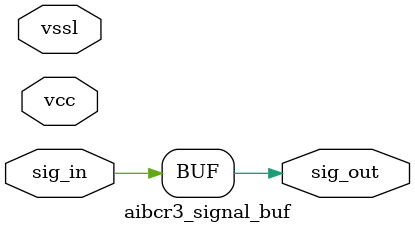
<source format=v>


module aibcr3_signal_buf ( sig_out, sig_in, vcc, vssl );

output  sig_out;

input  sig_in, vcc, vssl;

wire sig_out, sig_in;


// specify 
//     specparam CDS_LIBNAME  = "aibcr_lib";
//     specparam CDS_CELLNAME = "aibcr_signal_buf";
//     specparam CDS_VIEWNAME = "schematic";
// endspecify

assign sig_out = sig_in;

endmodule


</source>
